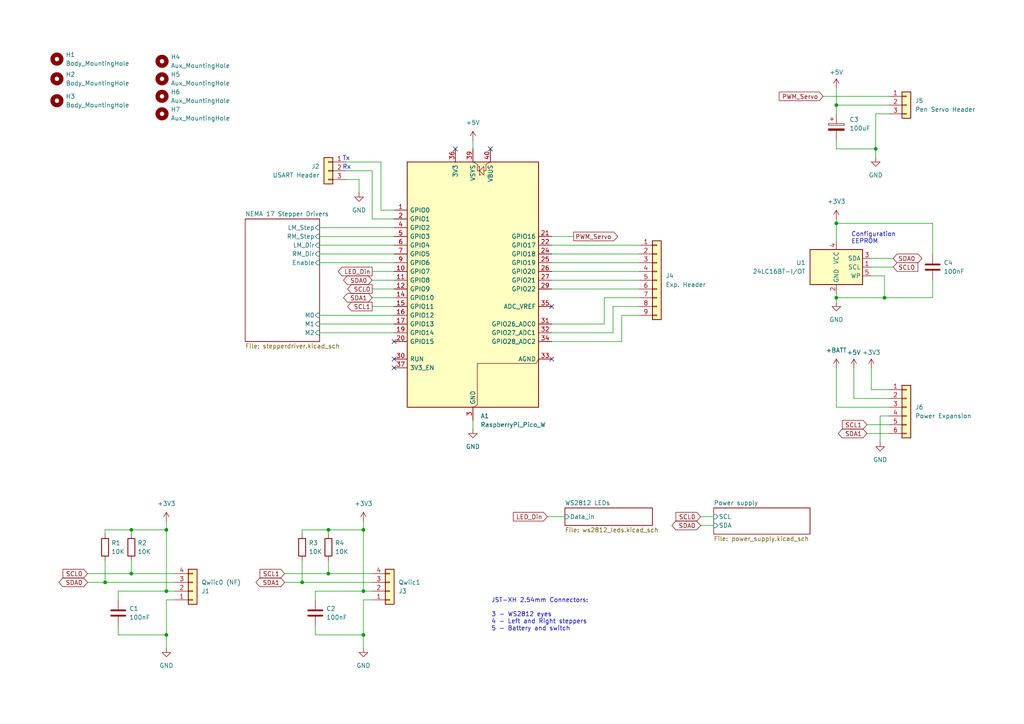
<source format=kicad_sch>
(kicad_sch (version 20231120) (generator "eeschema") (generator_version "8.0")
  (paper "A4")
  (title_block (title "Valiant Turtle 2") (date "2024-09-27") (rev "1_1") (company "https://www.waitingforfriday.com") (comment 1 "(c) 2024 Simon Inns") (comment 2 "License: Attribution-ShareAlike 4.0 International (CC BY-SA 4.0)"))
  (lib_symbols
    (symbol "Connector_Generic:Conn_01x03" (pin_names (offset 1.016) hide)
      (property "Reference" "J" (at 0 5.08 0))
      (property "Value" "Conn_01x03" (at 0 -5.08 0))
      (symbol "Conn_01x03_1_1"
        (rectangle (start -1.27 -2.413) (end 0 -2.667) (stroke (width 0.1524)))
        (rectangle (start -1.27 0.127) (end 0 -0.127) (stroke (width 0.1524)))
        (rectangle (start -1.27 2.667) (end 0 2.413) (stroke (width 0.1524)))
        (rectangle (start -1.27 3.81) (end 1.27 -3.81) (stroke (width 0.254)) (fill (type background)))
        (pin passive line (at -5.08 2.54 0) (length 3.81) (name "Pin_1") (number "1"))
        (pin passive line (at -5.08 0 0) (length 3.81) (name "Pin_2") (number "2"))
        (pin passive line (at -5.08 -2.54 0) (length 3.81) (name "Pin_3") (number "3"))
      )
    )
    (symbol "Connector_Generic:Conn_01x04" (pin_names (offset 1.016) hide)
      (property "Reference" "J" (at 0 5.08 0))
      (property "Value" "Conn_01x04" (at 0 -7.62 0))
      (symbol "Conn_01x04_1_1"
        (rectangle (start -1.27 -4.953) (end 0 -5.207) (stroke (width 0.1524)))
        (rectangle (start -1.27 -2.413) (end 0 -2.667) (stroke (width 0.1524)))
        (rectangle (start -1.27 0.127) (end 0 -0.127) (stroke (width 0.1524)))
        (rectangle (start -1.27 2.667) (end 0 2.413) (stroke (width 0.1524)))
        (rectangle (start -1.27 3.81) (end 1.27 -6.35) (stroke (width 0.254)) (fill (type background)))
        (pin passive line (at -5.08 2.54 0) (length 3.81) (name "Pin_1") (number "1"))
        (pin passive line (at -5.08 0 0) (length 3.81) (name "Pin_2") (number "2"))
        (pin passive line (at -5.08 -2.54 0) (length 3.81) (name "Pin_3") (number "3"))
        (pin passive line (at -5.08 -5.08 0) (length 3.81) (name "Pin_4") (number "4"))
      )
    )
    (symbol "Connector_Generic:Conn_01x06" (pin_names (offset 1.016) hide)
      (property "Reference" "J" (at 0 7.62 0))
      (property "Value" "Conn_01x06" (at 0 -10.16 0))
      (symbol "Conn_01x06_1_1"
        (rectangle (start -1.27 -7.493) (end 0 -7.747) (stroke (width 0.1524)))
        (rectangle (start -1.27 -4.953) (end 0 -5.207) (stroke (width 0.1524)))
        (rectangle (start -1.27 -2.413) (end 0 -2.667) (stroke (width 0.1524)))
        (rectangle (start -1.27 0.127) (end 0 -0.127) (stroke (width 0.1524)))
        (rectangle (start -1.27 2.667) (end 0 2.413) (stroke (width 0.1524)))
        (rectangle (start -1.27 5.207) (end 0 4.953) (stroke (width 0.1524)))
        (rectangle (start -1.27 6.35) (end 1.27 -8.89) (stroke (width 0.254)) (fill (type background)))
        (pin passive line (at -5.08 5.08 0) (length 3.81) (name "Pin_1") (number "1"))
        (pin passive line (at -5.08 2.54 0) (length 3.81) (name "Pin_2") (number "2"))
        (pin passive line (at -5.08 0 0) (length 3.81) (name "Pin_3") (number "3"))
        (pin passive line (at -5.08 -2.54 0) (length 3.81) (name "Pin_4") (number "4"))
        (pin passive line (at -5.08 -5.08 0) (length 3.81) (name "Pin_5") (number "5"))
        (pin passive line (at -5.08 -7.62 0) (length 3.81) (name "Pin_6") (number "6"))
      )
    )
    (symbol "Connector_Generic:Conn_01x09" (pin_names (offset 1.016) hide)
      (property "Reference" "J" (at 0 12.7 0))
      (property "Value" "Conn_01x09" (at 0 -12.7 0))
      (symbol "Conn_01x09_1_1"
        (rectangle (start -1.27 -10.033) (end 0 -10.287) (stroke (width 0.1524)))
        (rectangle (start -1.27 -7.493) (end 0 -7.747) (stroke (width 0.1524)))
        (rectangle (start -1.27 -4.953) (end 0 -5.207) (stroke (width 0.1524)))
        (rectangle (start -1.27 -2.413) (end 0 -2.667) (stroke (width 0.1524)))
        (rectangle (start -1.27 0.127) (end 0 -0.127) (stroke (width 0.1524)))
        (rectangle (start -1.27 2.667) (end 0 2.413) (stroke (width 0.1524)))
        (rectangle (start -1.27 5.207) (end 0 4.953) (stroke (width 0.1524)))
        (rectangle (start -1.27 7.747) (end 0 7.493) (stroke (width 0.1524)))
        (rectangle (start -1.27 10.287) (end 0 10.033) (stroke (width 0.1524)))
        (rectangle (start -1.27 11.43) (end 1.27 -11.43) (stroke (width 0.254)) (fill (type background)))
        (pin passive line (at -5.08 10.16 0) (length 3.81) (name "Pin_1") (number "1"))
        (pin passive line (at -5.08 7.62 0) (length 3.81) (name "Pin_2") (number "2"))
        (pin passive line (at -5.08 5.08 0) (length 3.81) (name "Pin_3") (number "3"))
        (pin passive line (at -5.08 2.54 0) (length 3.81) (name "Pin_4") (number "4"))
        (pin passive line (at -5.08 0 0) (length 3.81) (name "Pin_5") (number "5"))
        (pin passive line (at -5.08 -2.54 0) (length 3.81) (name "Pin_6") (number "6"))
        (pin passive line (at -5.08 -5.08 0) (length 3.81) (name "Pin_7") (number "7"))
        (pin passive line (at -5.08 -7.62 0) (length 3.81) (name "Pin_8") (number "8"))
        (pin passive line (at -5.08 -10.16 0) (length 3.81) (name "Pin_9") (number "9"))
      )
    )
    (symbol "Device:C" (pin_numbers hide) (pin_names (offset 0.254))
      (property "Reference" "C" (at 0.635 2.54 0))
      (property "Value" "C" (at 0.635 -2.54 0))
      (symbol "C_0_1"
        (polyline (pts (xy -2.032 -0.762) (xy 2.032 -0.762)) (stroke (width 0.508)))
        (polyline (pts (xy -2.032 0.762) (xy 2.032 0.762)) (stroke (width 0.508)))
      )
      (symbol "C_1_1"
        (pin passive line (at 0 3.81 270) (length 2.794) (name "~") (number "1"))
        (pin passive line (at 0 -3.81 90) (length 2.794) (name "~") (number "2"))
      )
    )
    (symbol "Device:C_Polarized" (pin_numbers hide) (pin_names (offset 0.254))
      (property "Reference" "C" (at 0.635 2.54 0))
      (property "Value" "C_Polarized" (at 0.635 -2.54 0))
      (symbol "C_Polarized_0_1"
        (rectangle (start -2.286 0.508) (end 2.286 1.016))
        (polyline (pts (xy -1.778 2.286) (xy -0.762 2.286)))
        (polyline (pts (xy -1.27 2.794) (xy -1.27 1.778)))
        (rectangle (start 2.286 -0.508) (end -2.286 -1.016) (fill (type outline)))
      )
      (symbol "C_Polarized_1_1"
        (pin passive line (at 0 3.81 270) (length 2.794) (name "~") (number "1"))
        (pin passive line (at 0 -3.81 90) (length 2.794) (name "~") (number "2"))
      )
    )
    (symbol "Device:R" (pin_numbers hide) (pin_names (offset 0))
      (property "Reference" "R" (at 2.032 0 90))
      (property "Value" "R" (at 0 0 90))
      (symbol "R_0_1"
        (rectangle (start -1.016 -2.54) (end 1.016 2.54) (stroke (width 0.254)))
      )
      (symbol "R_1_1"
        (pin passive line (at 0 3.81 270) (length 1.27) (name "~") (number "1"))
        (pin passive line (at 0 -3.81 90) (length 1.27) (name "~") (number "2"))
      )
    )
    (symbol "MCU_Module_RaspberryPi_Pico:RaspberryPi_Pico_W" (pin_names (offset 0.762))
      (property "Reference" "A" (at -19.05 38.1 0))
      (property "Value" "RaspberryPi_Pico_W" (at 7.62 38.1 0))
      (symbol "RaspberryPi_Pico_W_0_1"
        (rectangle (start -19.05 36.83) (end 19.05 -34.29) (stroke (width 0.254)) (fill (type background)))
        (polyline (pts (xy 0 36.83) (xy 1.27 36.195) (xy 1.27 34.29) (xy 1.905 34.29)))
        (polyline (pts (xy 1.905 34.29) (xy 3.175 35.56) (xy 3.175 33.02) (xy 1.905 34.29)))
        (polyline (pts (xy 5.08 36.83) (xy 3.81 36.195) (xy 3.81 34.29) (xy 3.175 34.29)))
        (polyline (pts (xy 0 -34.29) (xy 1.27 -33.655) (xy 1.27 -21.59) (xy 18.415 -21.59) (xy 19.05 -20.32)))
        (polyline (pts (xy 1.651 35.306) (xy 1.651 35.56) (xy 1.905 35.56) (xy 1.905 33.02) (xy 2.159 33.02) (xy 2.159 33.274)))
      )
      (symbol "RaspberryPi_Pico_W_1_1"
        (pin bidirectional line (at -22.86 22.86 0) (length 3.81) (name "GPIO0") (number "1"))
        (pin bidirectional line (at -22.86 5.08 0) (length 3.81) (name "GPIO7") (number "10"))
        (pin bidirectional line (at -22.86 2.54 0) (length 3.81) (name "GPIO8") (number "11"))
        (pin bidirectional line (at -22.86 0 0) (length 3.81) (name "GPIO9") (number "12"))
        (pin passive line (at 0 -38.1 90) (length 3.81) hide (name "GND") (number "13"))
        (pin bidirectional line (at -22.86 -2.54 0) (length 3.81) (name "GPIO10") (number "14"))
        (pin bidirectional line (at -22.86 -5.08 0) (length 3.81) (name "GPIO11") (number "15"))
        (pin bidirectional line (at -22.86 -7.62 0) (length 3.81) (name "GPIO12") (number "16"))
        (pin bidirectional line (at -22.86 -10.16 0) (length 3.81) (name "GPIO13") (number "17"))
        (pin passive line (at 0 -38.1 90) (length 3.81) hide (name "GND") (number "18"))
        (pin bidirectional line (at -22.86 -12.7 0) (length 3.81) (name "GPIO14") (number "19"))
        (pin bidirectional line (at -22.86 20.32 0) (length 3.81) (name "GPIO1") (number "2"))
        (pin bidirectional line (at -22.86 -15.24 0) (length 3.81) (name "GPIO15") (number "20"))
        (pin bidirectional line (at 22.86 15.24 180) (length 3.81) (name "GPIO16") (number "21"))
        (pin bidirectional line (at 22.86 12.7 180) (length 3.81) (name "GPIO17") (number "22"))
        (pin passive line (at 0 -38.1 90) (length 3.81) hide (name "GND") (number "23"))
        (pin bidirectional line (at 22.86 10.16 180) (length 3.81) (name "GPIO18") (number "24"))
        (pin bidirectional line (at 22.86 7.62 180) (length 3.81) (name "GPIO19") (number "25"))
        (pin bidirectional line (at 22.86 5.08 180) (length 3.81) (name "GPIO20") (number "26"))
        (pin bidirectional line (at 22.86 2.54 180) (length 3.81) (name "GPIO21") (number "27"))
        (pin passive line (at 0 -38.1 90) (length 3.81) hide (name "GND") (number "28"))
        (pin bidirectional line (at 22.86 0 180) (length 3.81) (name "GPIO22") (number "29"))
        (pin power_out line (at 0 -38.1 90) (length 3.81) (name "GND") (number "3"))
        (pin input line (at -22.86 -20.32 0) (length 3.81) (name "RUN") (number "30"))
        (pin bidirectional line (at 22.86 -10.16 180) (length 3.81) (name "GPIO26_ADC0") (number "31"))
        (pin bidirectional line (at 22.86 -12.7 180) (length 3.81) (name "GPIO27_ADC1") (number "32"))
        (pin power_out line (at 22.86 -20.32 180) (length 3.81) (name "AGND") (number "33"))
        (pin bidirectional line (at 22.86 -15.24 180) (length 3.81) (name "GPIO28_ADC2") (number "34"))
        (pin power_in line (at 22.86 -5.08 180) (length 3.81) (name "ADC_VREF") (number "35"))
        (pin power_out line (at -5.08 40.64 270) (length 3.81) (name "3V3") (number "36"))
        (pin input line (at -22.86 -22.86 0) (length 3.81) (name "3V3_EN") (number "37"))
        (pin passive line (at 0 -38.1 90) (length 3.81) hide (name "GND") (number "38"))
        (pin power_in line (at 0 40.64 270) (length 3.81) (name "VSYS") (number "39"))
        (pin bidirectional line (at -22.86 17.78 0) (length 3.81) (name "GPIO2") (number "4"))
        (pin power_out line (at 5.08 40.64 270) (length 3.81) (name "VBUS") (number "40"))
        (pin bidirectional line (at -22.86 15.24 0) (length 3.81) (name "GPIO3") (number "5"))
        (pin bidirectional line (at -22.86 12.7 0) (length 3.81) (name "GPIO4") (number "6"))
        (pin bidirectional line (at -22.86 10.16 0) (length 3.81) (name "GPIO5") (number "7"))
        (pin passive line (at 0 -38.1 90) (length 3.81) hide (name "GND") (number "8"))
        (pin bidirectional line (at -22.86 7.62 0) (length 3.81) (name "GPIO6") (number "9"))
      )
    )
    (symbol "Mechanical:MountingHole" (pin_names (offset 1.016)) (exclude_from_sim yes) (in_bom no)
      (property "Reference" "H" (at 0 5.08 0))
      (property "Value" "MountingHole" (at 0 3.175 0))
      (symbol "MountingHole_0_1"
        (circle (center 0 0) (radius 1.27) (stroke (width 1.27)))
      )
    )
    (symbol "Memory_EEPROM:AT24CS16-STUM"
      (property "Reference" "U" (at -7.62 6.35 0))
      (property "Value" "AT24CS16-STUM" (at 2.54 -6.35 0))
      (symbol "AT24CS16-STUM_1_1"
        (rectangle (start -7.62 5.08) (end 7.62 -5.08) (stroke (width 0.254)) (fill (type background)))
        (pin input line (at 10.16 0 180) (length 2.54) (name "SCL") (number "1"))
        (pin power_in line (at 0 -7.62 90) (length 2.54) (name "GND") (number "2"))
        (pin bidirectional line (at 10.16 2.54 180) (length 2.54) (name "SDA") (number "3"))
        (pin power_in line (at 0 7.62 270) (length 2.54) (name "VCC") (number "4"))
        (pin input line (at 10.16 -2.54 180) (length 2.54) (name "WP") (number "5"))
      )
    )
    (symbol "power:+3V3" (power) (pin_numbers hide) (pin_names (offset 0) hide)
      (property "Value" "+3V3" (at 0 3.556 0))
      (symbol "+3V3_0_1"
        (polyline (pts (xy -0.762 1.27) (xy 0 2.54)))
        (polyline (pts (xy 0 0) (xy 0 2.54)))
        (polyline (pts (xy 0 2.54) (xy 0.762 1.27)))
      )
      (symbol "+3V3_1_1"
        (pin power_in line (at 0 0 90) (length 0) (name "~") (number "1"))
      )
    )
    (symbol "power:+5V" (power) (pin_numbers hide) (pin_names (offset 0) hide)
      (property "Value" "+5V" (at 0 3.556 0))
      (symbol "+5V_0_1"
        (polyline (pts (xy -0.762 1.27) (xy 0 2.54)))
        (polyline (pts (xy 0 0) (xy 0 2.54)))
        (polyline (pts (xy 0 2.54) (xy 0.762 1.27)))
      )
      (symbol "+5V_1_1"
        (pin power_in line (at 0 0 90) (length 0) (name "~") (number "1"))
      )
    )
    (symbol "power:+BATT" (power) (pin_numbers hide) (pin_names (offset 0) hide)
      (property "Value" "+BATT" (at 0 3.556 0))
      (symbol "+BATT_0_1"
        (polyline (pts (xy -0.762 1.27) (xy 0 2.54)))
        (polyline (pts (xy 0 0) (xy 0 2.54)))
        (polyline (pts (xy 0 2.54) (xy 0.762 1.27)))
      )
      (symbol "+BATT_1_1"
        (pin power_in line (at 0 0 90) (length 0) (name "~") (number "1"))
      )
    )
    (symbol "power:GND" (power) (pin_numbers hide) (pin_names (offset 0) hide)
      (property "Value" "GND" (at 0 -3.81 0))
      (symbol "GND_0_1"
        (polyline (pts (xy 0 0) (xy 0 -1.27) (xy 1.27 -1.27) (xy 0 -2.54) (xy -1.27 -1.27) (xy 0 -1.27)))
      )
      (symbol "GND_1_1"
        (pin power_in line (at 0 0 270) (length 0) (name "~") (number "1"))
      )
    )
  )
  (junction (at 95.25 166.37))
  (junction (at 95.25 153.67))
  (junction (at 87.63 168.91))
  (junction (at 242.57 30.48))
  (junction (at 30.48 168.91))
  (junction (at 38.1 153.67))
  (junction (at 256.54 86.36))
  (junction (at 254 43.18))
  (junction (at 105.41 153.67))
  (junction (at 105.41 184.15))
  (junction (at 48.26 171.45))
  (junction (at 48.26 153.67))
  (junction (at 242.57 64.77))
  (junction (at 242.57 86.36))
  (junction (at 38.1 166.37))
  (junction (at 105.41 171.45))
  (junction (at 48.26 184.15))
  (no_connect (at 114.3 106.68))
  (no_connect (at 114.3 99.06))
  (no_connect (at 132.08 43.18))
  (no_connect (at 142.24 43.18))
  (no_connect (at 114.3 104.14))
  (no_connect (at 160.02 88.9))
  (no_connect (at 160.02 104.14))
  (wire (pts (xy 203.2 149.86) (xy 207.01 149.86)))
  (wire (pts (xy 160.02 78.74) (xy 185.42 78.74)))
  (wire (pts (xy 95.25 153.67) (xy 105.41 153.67)))
  (wire (pts (xy 254 43.18) (xy 254 45.72)))
  (wire (pts (xy 242.57 64.77) (xy 242.57 69.85)))
  (wire (pts (xy 160.02 76.2) (xy 185.42 76.2)))
  (wire (pts (xy 30.48 154.94) (xy 30.48 153.67)))
  (wire (pts (xy 110.49 60.96) (xy 110.49 46.99)))
  (wire (pts (xy 160.02 93.98) (xy 175.26 93.98)))
  (wire (pts (xy 257.81 33.02) (xy 254 33.02)))
  (wire (pts (xy 100.33 46.99) (xy 110.49 46.99)))
  (wire (pts (xy 251.46 123.19) (xy 257.81 123.19)))
  (wire (pts (xy 203.2 152.4) (xy 207.01 152.4)))
  (wire (pts (xy 92.71 76.2) (xy 114.3 76.2)))
  (wire (pts (xy 107.95 78.74) (xy 114.3 78.74)))
  (wire (pts (xy 48.26 153.67) (xy 48.26 171.45)))
  (wire (pts (xy 95.25 162.56) (xy 95.25 166.37)))
  (wire (pts (xy 137.16 121.92) (xy 137.16 124.46)))
  (wire (pts (xy 92.71 96.52) (xy 114.3 96.52)))
  (wire (pts (xy 38.1 166.37) (xy 50.8 166.37)))
  (wire (pts (xy 87.63 162.56) (xy 87.63 168.91)))
  (wire (pts (xy 82.55 166.37) (xy 95.25 166.37)))
  (wire (pts (xy 242.57 30.48) (xy 242.57 33.02)))
  (wire (pts (xy 87.63 153.67) (xy 95.25 153.67)))
  (wire (pts (xy 105.41 153.67) (xy 105.41 171.45)))
  (wire (pts (xy 270.51 81.28) (xy 270.51 86.36)))
  (wire (pts (xy 48.26 184.15) (xy 48.26 187.96)))
  (wire (pts (xy 242.57 40.64) (xy 242.57 43.18)))
  (wire (pts (xy 92.71 68.58) (xy 114.3 68.58)))
  (wire (pts (xy 92.71 73.66) (xy 114.3 73.66)))
  (wire (pts (xy 175.26 93.98) (xy 175.26 86.36)))
  (wire (pts (xy 107.95 88.9) (xy 114.3 88.9)))
  (wire (pts (xy 160.02 71.12) (xy 185.42 71.12)))
  (wire (pts (xy 247.65 106.68) (xy 247.65 115.57)))
  (wire (pts (xy 177.8 96.52) (xy 177.8 88.9)))
  (wire (pts (xy 251.46 125.73) (xy 257.81 125.73)))
  (wire (pts (xy 91.44 181.61) (xy 91.44 184.15)))
  (wire (pts (xy 91.44 171.45) (xy 105.41 171.45)))
  (wire (pts (xy 87.63 168.91) (xy 107.95 168.91)))
  (wire (pts (xy 242.57 63.5) (xy 242.57 64.77)))
  (wire (pts (xy 158.75 149.86) (xy 163.83 149.86)))
  (wire (pts (xy 107.95 171.45) (xy 105.41 171.45)))
  (wire (pts (xy 257.81 120.65) (xy 255.27 120.65)))
  (wire (pts (xy 100.33 52.07) (xy 104.14 52.07)))
  (wire (pts (xy 252.73 74.93) (xy 259.08 74.93)))
  (wire (pts (xy 252.73 80.01) (xy 256.54 80.01)))
  (wire (pts (xy 180.34 99.06) (xy 180.34 91.44)))
  (wire (pts (xy 247.65 115.57) (xy 257.81 115.57)))
  (wire (pts (xy 160.02 73.66) (xy 185.42 73.66)))
  (wire (pts (xy 34.29 171.45) (xy 48.26 171.45)))
  (wire (pts (xy 238.76 27.94) (xy 257.81 27.94)))
  (wire (pts (xy 270.51 73.66) (xy 270.51 64.77)))
  (wire (pts (xy 91.44 173.99) (xy 91.44 171.45)))
  (wire (pts (xy 34.29 181.61) (xy 34.29 184.15)))
  (wire (pts (xy 160.02 96.52) (xy 177.8 96.52)))
  (wire (pts (xy 255.27 120.65) (xy 255.27 128.27)))
  (wire (pts (xy 82.55 168.91) (xy 87.63 168.91)))
  (wire (pts (xy 107.95 173.99) (xy 105.41 173.99)))
  (wire (pts (xy 92.71 71.12) (xy 114.3 71.12)))
  (wire (pts (xy 104.14 55.88) (xy 104.14 52.07)))
  (wire (pts (xy 92.71 66.04) (xy 114.3 66.04)))
  (wire (pts (xy 34.29 184.15) (xy 48.26 184.15)))
  (wire (pts (xy 242.57 85.09) (xy 242.57 86.36)))
  (wire (pts (xy 256.54 80.01) (xy 256.54 86.36)))
  (wire (pts (xy 256.54 86.36) (xy 242.57 86.36)))
  (wire (pts (xy 252.73 113.03) (xy 257.81 113.03)))
  (wire (pts (xy 34.29 173.99) (xy 34.29 171.45)))
  (wire (pts (xy 48.26 171.45) (xy 50.8 171.45)))
  (wire (pts (xy 92.71 91.44) (xy 114.3 91.44)))
  (wire (pts (xy 160.02 81.28) (xy 185.42 81.28)))
  (wire (pts (xy 95.25 166.37) (xy 107.95 166.37)))
  (wire (pts (xy 87.63 154.94) (xy 87.63 153.67)))
  (wire (pts (xy 107.95 86.36) (xy 114.3 86.36)))
  (wire (pts (xy 92.71 93.98) (xy 114.3 93.98)))
  (wire (pts (xy 242.57 106.68) (xy 242.57 118.11)))
  (wire (pts (xy 252.73 106.68) (xy 252.73 113.03)))
  (wire (pts (xy 25.4 168.91) (xy 30.48 168.91)))
  (wire (pts (xy 91.44 184.15) (xy 105.41 184.15)))
  (wire (pts (xy 48.26 173.99) (xy 48.26 184.15)))
  (wire (pts (xy 175.26 86.36) (xy 185.42 86.36)))
  (wire (pts (xy 270.51 64.77) (xy 242.57 64.77)))
  (wire (pts (xy 270.51 86.36) (xy 256.54 86.36)))
  (wire (pts (xy 25.4 166.37) (xy 38.1 166.37)))
  (wire (pts (xy 105.41 184.15) (xy 105.41 187.96)))
  (wire (pts (xy 114.3 63.5) (xy 107.95 63.5)))
  (wire (pts (xy 30.48 168.91) (xy 50.8 168.91)))
  (wire (pts (xy 160.02 99.06) (xy 180.34 99.06)))
  (wire (pts (xy 107.95 63.5) (xy 107.95 49.53)))
  (wire (pts (xy 242.57 86.36) (xy 242.57 87.63)))
  (wire (pts (xy 107.95 83.82) (xy 114.3 83.82)))
  (wire (pts (xy 38.1 153.67) (xy 48.26 153.67)))
  (wire (pts (xy 114.3 60.96) (xy 110.49 60.96)))
  (wire (pts (xy 95.25 153.67) (xy 95.25 154.94)))
  (wire (pts (xy 38.1 154.94) (xy 38.1 153.67)))
  (wire (pts (xy 105.41 151.13) (xy 105.41 153.67)))
  (wire (pts (xy 254 33.02) (xy 254 43.18)))
  (wire (pts (xy 180.34 91.44) (xy 185.42 91.44)))
  (wire (pts (xy 137.16 40.64) (xy 137.16 43.18)))
  (wire (pts (xy 160.02 68.58) (xy 166.37 68.58)))
  (wire (pts (xy 177.8 88.9) (xy 185.42 88.9)))
  (wire (pts (xy 100.33 49.53) (xy 107.95 49.53)))
  (wire (pts (xy 30.48 153.67) (xy 38.1 153.67)))
  (wire (pts (xy 30.48 162.56) (xy 30.48 168.91)))
  (wire (pts (xy 48.26 151.13) (xy 48.26 153.67)))
  (wire (pts (xy 50.8 173.99) (xy 48.26 173.99)))
  (wire (pts (xy 242.57 30.48) (xy 257.81 30.48)))
  (wire (pts (xy 252.73 77.47) (xy 259.08 77.47)))
  (wire (pts (xy 242.57 25.4) (xy 242.57 30.48)))
  (wire (pts (xy 107.95 81.28) (xy 114.3 81.28)))
  (wire (pts (xy 242.57 43.18) (xy 254 43.18)))
  (wire (pts (xy 160.02 83.82) (xy 185.42 83.82)))
  (wire (pts (xy 38.1 162.56) (xy 38.1 166.37)))
  (wire (pts (xy 105.41 173.99) (xy 105.41 184.15)))
  (wire (pts (xy 242.57 118.11) (xy 257.81 118.11)))
  (text "Rx" (at 99.314 49.276 0) (effects (font (size 1.27 1.27)) (justify left bottom)))
  (text "JST-XH 2.54mm Connectors:\n\n3 - WS2812 eyes\n4 - Left and Right steppers\n5 - Battery and switch\n" (at 142.494 178.308 0) (effects (font (size 1.27 1.27)) (justify left)))
  (text "Tx" (at 99.314 46.736 0) (effects (font (size 1.27 1.27)) (justify left bottom)))
  (text "Configuration\nEEPROM" (at 246.888 69.088 0) (effects (font (size 1.27 1.27)) (justify left)))
  (global_label "SCL0" (shape input) (at 203.2 149.86 180) (property "Intersheetrefs" "${INTERSHEET_REFS}" (effects (hide yes))))
  (global_label "LED_Din" (shape input) (at 158.75 149.86 180) (property "Intersheetrefs" "${INTERSHEET_REFS}" (effects (hide yes))))
  (global_label "PWM_Servo" (shape output) (at 166.37 68.58 0) (property "Intersheetrefs" "${INTERSHEET_REFS}" (effects (hide yes))))
  (global_label "SCL1" (shape input) (at 251.46 123.19 180) (property "Intersheetrefs" "${INTERSHEET_REFS}" (effects (hide yes))))
  (global_label "SCL0" (shape input) (at 259.08 77.47 0) (property "Intersheetrefs" "${INTERSHEET_REFS}" (effects (hide yes))))
  (global_label "SCL0" (shape input) (at 25.4 166.37 180) (property "Intersheetrefs" "${INTERSHEET_REFS}" (effects (hide yes))))
  (global_label "PWM_Servo" (shape input) (at 238.76 27.94 180) (property "Intersheetrefs" "${INTERSHEET_REFS}" (effects (hide yes))))
  (global_label "SCL1" (shape input) (at 82.55 166.37 180) (property "Intersheetrefs" "${INTERSHEET_REFS}" (effects (hide yes))))
  (global_label "SDA1" (shape bidirectional) (at 251.46 125.73 180) (property "Intersheetrefs" "${INTERSHEET_REFS}" (effects (hide yes))))
  (global_label "SDA1" (shape bidirectional) (at 107.95 86.36 180) (property "Intersheetrefs" "${INTERSHEET_REFS}" (effects (hide yes))))
  (global_label "SCL1" (shape output) (at 107.95 88.9 180) (property "Intersheetrefs" "${INTERSHEET_REFS}" (effects (hide yes))))
  (global_label "SDA0" (shape bidirectional) (at 259.08 74.93 0) (property "Intersheetrefs" "${INTERSHEET_REFS}" (effects (hide yes))))
  (global_label "LED_Din" (shape output) (at 107.95 78.74 180) (property "Intersheetrefs" "${INTERSHEET_REFS}" (effects (hide yes))))
  (global_label "SCL0" (shape output) (at 107.95 83.82 180) (property "Intersheetrefs" "${INTERSHEET_REFS}" (effects (hide yes))))
  (global_label "SDA0" (shape bidirectional) (at 25.4 168.91 180) (property "Intersheetrefs" "${INTERSHEET_REFS}" (effects (hide yes))))
  (global_label "SDA1" (shape bidirectional) (at 82.55 168.91 180) (property "Intersheetrefs" "${INTERSHEET_REFS}" (effects (hide yes))))
  (global_label "SDA0" (shape bidirectional) (at 107.95 81.28 180) (property "Intersheetrefs" "${INTERSHEET_REFS}" (effects (hide yes))))
  (global_label "SDA0" (shape bidirectional) (at 203.2 152.4 180) (property "Intersheetrefs" "${INTERSHEET_REFS}" (effects (hide yes))))
  (symbol (lib_id "power:+3V3") (at 48.26 151.13 0) (unit 1)
    (property "Reference" "#PWR01" (effects (hide yes)))
    (property "Value" "+3V3" (at 48.26 146.05 0))
    (property "Description" "Power symbol creates a global label with name \"+3V3\"" (effects (hide yes)))
  )
  (symbol (lib_id "Mechanical:MountingHole") (at 46.99 27.94 0) (unit 1)
    (property "Reference" "H6" (at 49.53 26.6699 0) (effects (justify left)))
    (property "Value" "Aux_MountingHole" (at 49.53 29.2099 0) (effects (justify left)))
    (property "Footprint" "MountingHole:MountingHole_3.2mm_M3" (effects (hide yes)))
    (property "Description" "Mounting Hole without connection" (effects (hide yes)))
  )
  (symbol (lib_id "power:+BATT") (at 242.57 106.68 0) (unit 1)
    (property "Reference" "#PWR011" (effects (hide yes)))
    (property "Value" "+BATT" (at 242.57 101.6 0))
    (property "Description" "Power symbol creates a global label with name \"+BATT\"" (effects (hide yes)))
  )
  (symbol (lib_id "Device:R") (at 95.25 158.75 0) (unit 1)
    (property "Reference" "R4" (at 97.155 157.48 0) (effects (justify left)))
    (property "Value" "10K" (at 97.155 160.02 0) (effects (justify left)))
    (property "Footprint" "Resistor_SMD:R_0805_2012Metric_Pad1.20x1.40mm_HandSolder" (effects (hide yes)))
    (property "Description" "Resistor" (effects (hide yes)))
  )
  (symbol (lib_id "power:+3V3") (at 105.41 151.13 0) (unit 1)
    (property "Reference" "#PWR04" (effects (hide yes)))
    (property "Value" "+3V3" (at 105.41 146.05 0))
    (property "Description" "Power symbol creates a global label with name \"+3V3\"" (effects (hide yes)))
  )
  (symbol (lib_id "Mechanical:MountingHole") (at 46.99 33.02 0) (unit 1)
    (property "Reference" "H7" (at 49.53 31.7499 0) (effects (justify left)))
    (property "Value" "Aux_MountingHole" (at 49.53 34.2899 0) (effects (justify left)))
    (property "Footprint" "MountingHole:MountingHole_3.2mm_M3" (effects (hide yes)))
    (property "Description" "Mounting Hole without connection" (effects (hide yes)))
  )
  (symbol (lib_id "Memory_EEPROM:AT24CS16-STUM") (at 242.57 77.47 0) (unit 1)
    (property "Reference" "U1" (at 233.68 76.1999 0) (effects (justify right)))
    (property "Value" "24LC16BT-I/OT" (at 233.68 78.7399 0) (effects (justify right)))
    (property "Footprint" "Package_TO_SOT_SMD:SOT-23-5" (effects (hide yes)))
    (property "Datasheet" "http://ww1.microchip.com/downloads/en/DeviceDoc/Atmel-8859-SEEPROM-AT24CS16-Datasheet.pdf" (effects (hide yes)))
    (property "Description" "I2C Serial EEPROM, 16Kb (2048x8) with Unique Serial Number, SOT-23-5" (effects (hide yes)))
  )
  (symbol (lib_id "power:GND") (at 255.27 128.27 0) (unit 1)
    (property "Reference" "#PWR015" (effects (hide yes)))
    (property "Value" "GND" (at 255.27 133.35 0))
    (property "Description" "Power symbol creates a global label with name \"GND\" , ground" (effects (hide yes)))
  )
  (symbol (lib_id "Mechanical:MountingHole") (at 46.99 17.78 0) (unit 1)
    (property "Reference" "H4" (at 49.53 16.5099 0) (effects (justify left)))
    (property "Value" "Aux_MountingHole" (at 49.53 19.0499 0) (effects (justify left)))
    (property "Footprint" "MountingHole:MountingHole_3.2mm_M3" (effects (hide yes)))
    (property "Description" "Mounting Hole without connection" (effects (hide yes)))
  )
  (symbol (lib_id "Connector_Generic:Conn_01x03") (at 262.89 30.48 0) (unit 1)
    (property "Reference" "J5" (at 265.43 29.2099 0) (effects (justify left)))
    (property "Value" "Pen Servo Header" (at 265.43 31.7499 0) (effects (justify left)))
    (property "Footprint" "Connector_PinHeader_2.54mm:PinHeader_1x03_P2.54mm_Vertical" (effects (hide yes)))
    (property "Description" "Generic connector, single row, 01x03, script generated (kicad-library-utils/schlib/autogen/connector/)" (effects (hide yes)))
  )
  (symbol (lib_id "Mechanical:MountingHole") (at 16.51 29.21 0) (unit 1)
    (property "Reference" "H3" (at 19.05 27.94 0) (effects (justify left)))
    (property "Value" "Body_MountingHole" (at 19.05 30.48 0) (effects (justify left)))
    (property "Footprint" "MountingHole:MountingHole_3.2mm_M3" (effects (hide yes)))
    (property "Description" "Mounting Hole without connection" (effects (hide yes)))
  )
  (symbol (lib_id "Mechanical:MountingHole") (at 46.99 22.86 0) (unit 1)
    (property "Reference" "H5" (at 49.53 21.5899 0) (effects (justify left)))
    (property "Value" "Aux_MountingHole" (at 49.53 24.1299 0) (effects (justify left)))
    (property "Footprint" "MountingHole:MountingHole_3.2mm_M3" (effects (hide yes)))
    (property "Description" "Mounting Hole without connection" (effects (hide yes)))
  )
  (symbol (lib_id "Mechanical:MountingHole") (at 16.51 17.145 0) (unit 1)
    (property "Reference" "H1" (at 19.05 15.875 0) (effects (justify left)))
    (property "Value" "Body_MountingHole" (at 19.05 18.415 0) (effects (justify left)))
    (property "Footprint" "MountingHole:MountingHole_3.2mm_M3" (effects (hide yes)))
    (property "Description" "Mounting Hole without connection" (effects (hide yes)))
  )
  (symbol (lib_id "power:GND") (at 48.26 187.96 0) (unit 1)
    (property "Reference" "#PWR02" (effects (hide yes)))
    (property "Value" "GND" (at 48.26 193.04 0))
    (property "Description" "Power symbol creates a global label with name \"GND\" , ground" (effects (hide yes)))
  )
  (symbol (lib_id "Connector_Generic:Conn_01x09") (at 190.5 81.28 0) (unit 1)
    (property "Reference" "J4" (at 193.04 80.0099 0) (effects (justify left)))
    (property "Value" "Exp. Header" (at 193.04 82.5499 0) (effects (justify left)))
    (property "Footprint" "Connector_PinHeader_2.54mm:PinHeader_1x09_P2.54mm_Vertical" (effects (hide yes)))
    (property "Description" "Generic connector, single row, 01x09, script generated (kicad-library-utils/schlib/autogen/connector/)" (effects (hide yes)))
  )
  (symbol (lib_id "Connector_Generic:Conn_01x04") (at 113.03 171.45 0) (mirror x) (unit 1)
    (property "Reference" "J3" (at 115.57 171.45 0) (effects (justify left)))
    (property "Value" "Qwiic1" (at 115.57 168.91 0) (effects (justify left)))
    (property "Footprint" "Connector_JST:JST_SH_SM04B-SRSS-TB_1x04-1MP_P1.00mm_Horizontal" (effects (hide yes)))
    (property "Description" "Generic connector, single row, 01x04, script generated (kicad-library-utils/schlib/autogen/connector/)" (effects (hide yes)))
  )
  (symbol (lib_id "Connector_Generic:Conn_01x03") (at 95.25 49.53 0) (mirror y) (unit 1)
    (property "Reference" "J2" (at 92.71 48.2599 0) (effects (justify left)))
    (property "Value" "USART Header" (at 92.71 50.7999 0) (effects (justify left)))
    (property "Footprint" "Connector_PinHeader_2.54mm:PinHeader_1x03_P2.54mm_Vertical" (effects (hide yes)))
    (property "Description" "Generic connector, single row, 01x03, script generated (kicad-library-utils/schlib/autogen/connector/)" (effects (hide yes)))
  )
  (symbol (lib_id "power:GND") (at 137.16 124.46 0) (unit 1)
    (property "Reference" "#PWR07" (effects (hide yes)))
    (property "Value" "GND" (at 137.16 129.54 0))
    (property "Description" "Power symbol creates a global label with name \"GND\" , ground" (effects (hide yes)))
  )
  (symbol (lib_id "power:+5V") (at 242.57 25.4 0) (unit 1)
    (property "Reference" "#PWR08" (effects (hide yes)))
    (property "Value" "+5V" (at 242.57 20.955 0))
    (property "Description" "Power symbol creates a global label with name \"+5V\"" (effects (hide yes)))
  )
  (symbol (lib_id "Device:C") (at 270.51 77.47 0) (unit 1)
    (property "Reference" "C4" (at 273.685 76.2 0) (effects (justify left)))
    (property "Value" "100nF" (at 273.685 78.74 0) (effects (justify left)))
    (property "Footprint" "Capacitor_SMD:C_0805_2012Metric_Pad1.18x1.45mm_HandSolder" (effects (hide yes)))
    (property "Description" "Unpolarized capacitor" (effects (hide yes)))
  )
  (symbol (lib_id "Connector_Generic:Conn_01x04") (at 55.88 171.45 0) (mirror x) (unit 1)
    (property "Reference" "J1" (at 58.42 171.45 0) (effects (justify left)))
    (property "Value" "Qwiic0 (NF)" (at 58.42 168.91 0) (effects (justify left)))
    (property "Footprint" "Connector_JST:JST_SH_SM04B-SRSS-TB_1x04-1MP_P1.00mm_Horizontal" (effects (hide yes)))
    (property "Description" "Generic connector, single row, 01x04, script generated (kicad-library-utils/schlib/autogen/connector/)" (effects (hide yes)))
  )
  (symbol (lib_id "power:+3V3") (at 252.73 106.68 0) (unit 1)
    (property "Reference" "#PWR013" (effects (hide yes)))
    (property "Value" "+3V3" (at 252.73 102.235 0))
    (property "Description" "Power symbol creates a global label with name \"+3V3\"" (effects (hide yes)))
  )
  (symbol (lib_id "power:+5V") (at 247.65 106.68 0) (unit 1)
    (property "Reference" "#PWR012" (effects (hide yes)))
    (property "Value" "+5V" (at 247.65 102.235 0))
    (property "Description" "Power symbol creates a global label with name \"+5V\"" (effects (hide yes)))
  )
  (symbol (lib_id "Device:R") (at 87.63 158.75 0) (unit 1)
    (property "Reference" "R3" (at 89.535 157.48 0) (effects (justify left)))
    (property "Value" "10K" (at 89.535 160.02 0) (effects (justify left)))
    (property "Footprint" "Resistor_SMD:R_0805_2012Metric_Pad1.20x1.40mm_HandSolder" (effects (hide yes)))
    (property "Description" "Resistor" (effects (hide yes)))
  )
  (symbol (lib_id "MCU_Module_RaspberryPi_Pico:RaspberryPi_Pico_W") (at 137.16 83.82 0) (unit 1)
    (property "Reference" "A1" (at 139.3541 120.65 0) (effects (justify left)))
    (property "Value" "RaspberryPi_Pico_W" (at 139.3541 123.19 0) (effects (justify left)))
    (property "Footprint" "Module_RaspberryPi_Pico:RaspberryPi_Pico_Common" (effects (hide yes)))
    (property "Datasheet" "https://datasheets.raspberrypi.com/picow/pico-w-datasheet.pdf" (effects (hide yes)))
    (property "Description" "Versatile and inexpensive wireless microcontroller module powered by RP2040 dual-core Arm Cortex-M0+ processor up to 133 MHz, 264kB SRAM, 2MB QSPI flash, Infineon CYW43439 2.4GHz 802.11n wireless LAN" (effects (hide yes)))
  )
  (symbol (lib_id "Mechanical:MountingHole") (at 16.51 22.86 0) (unit 1)
    (property "Reference" "H2" (at 19.05 21.59 0) (effects (justify left)))
    (property "Value" "Body_MountingHole" (at 19.05 24.13 0) (effects (justify left)))
    (property "Footprint" "MountingHole:MountingHole_3.2mm_M3" (effects (hide yes)))
    (property "Description" "Mounting Hole without connection" (effects (hide yes)))
  )
  (symbol (lib_id "power:GND") (at 104.14 55.88 0) (unit 1)
    (property "Reference" "#PWR03" (effects (hide yes)))
    (property "Value" "GND" (at 104.14 60.96 0))
    (property "Description" "Power symbol creates a global label with name \"GND\" , ground" (effects (hide yes)))
  )
  (symbol (lib_id "Device:C_Polarized") (at 242.57 36.83 0) (unit 1)
    (property "Reference" "C3" (at 246.38 34.671 0) (effects (justify left)))
    (property "Value" "100uF" (at 246.38 37.211 0) (effects (justify left)))
    (property "Footprint" "Capacitor_SMD:CP_Elec_8x6.2" (effects (hide yes)))
    (property "Description" "Polarized capacitor" (effects (hide yes)))
  )
  (symbol (lib_id "power:GND") (at 254 45.72 0) (unit 1)
    (property "Reference" "#PWR014" (effects (hide yes)))
    (property "Value" "GND" (at 254 50.8 0))
    (property "Description" "Power symbol creates a global label with name \"GND\" , ground" (effects (hide yes)))
  )
  (symbol (lib_id "power:GND") (at 242.57 87.63 0) (unit 1)
    (property "Reference" "#PWR010" (effects (hide yes)))
    (property "Value" "GND" (at 242.57 92.71 0))
    (property "Description" "Power symbol creates a global label with name \"GND\" , ground" (effects (hide yes)))
  )
  (symbol (lib_id "Device:R") (at 38.1 158.75 180) (unit 1)
    (property "Reference" "R2" (at 39.878 157.48 0) (effects (justify right)))
    (property "Value" "10K" (at 39.878 160.02 0) (effects (justify right)))
    (property "Footprint" "Resistor_SMD:R_0805_2012Metric_Pad1.20x1.40mm_HandSolder" (effects (hide yes)))
    (property "Description" "Resistor" (effects (hide yes)))
  )
  (symbol (lib_id "power:+3V3") (at 242.57 63.5 0) (unit 1)
    (property "Reference" "#PWR09" (effects (hide yes)))
    (property "Value" "+3V3" (at 242.57 58.42 0))
    (property "Description" "Power symbol creates a global label with name \"+3V3\"" (effects (hide yes)))
  )
  (symbol (lib_id "power:+5V") (at 137.16 40.64 0) (unit 1)
    (property "Reference" "#PWR06" (effects (hide yes)))
    (property "Value" "+5V" (at 137.16 35.56 0))
    (property "Description" "Power symbol creates a global label with name \"+5V\"" (effects (hide yes)))
  )
  (symbol (lib_id "Device:R") (at 30.48 158.75 0) (unit 1)
    (property "Reference" "R1" (at 32.258 157.48 0) (effects (justify left)))
    (property "Value" "10K" (at 32.258 160.02 0) (effects (justify left)))
    (property "Footprint" "Resistor_SMD:R_0805_2012Metric_Pad1.20x1.40mm_HandSolder" (effects (hide yes)))
    (property "Description" "Resistor" (effects (hide yes)))
  )
  (symbol (lib_id "Connector_Generic:Conn_01x06") (at 262.89 118.11 0) (unit 1)
    (property "Reference" "J6" (at 265.43 118.1099 0) (effects (justify left)))
    (property "Value" "Power Expansion" (at 265.43 120.6499 0) (effects (justify left)))
    (property "Footprint" "Connector_JST:JST_XH_B6B-XH-A_1x06_P2.50mm_Vertical" (effects (hide yes)))
    (property "Description" "Generic connector, single row, 01x06, script generated (kicad-library-utils/schlib/autogen/connector/)" (effects (hide yes)))
  )
  (symbol (lib_id "Device:C") (at 91.44 177.8 0) (unit 1)
    (property "Reference" "C2" (at 94.615 176.53 0) (effects (justify left)))
    (property "Value" "100nF" (at 94.615 179.07 0) (effects (justify left)))
    (property "Footprint" "Capacitor_SMD:C_0805_2012Metric_Pad1.18x1.45mm_HandSolder" (effects (hide yes)))
    (property "Description" "Unpolarized capacitor" (effects (hide yes)))
  )
  (symbol (lib_id "Device:C") (at 34.29 177.8 0) (unit 1)
    (property "Reference" "C1" (at 37.465 176.53 0) (effects (justify left)))
    (property "Value" "100nF" (at 37.465 179.07 0) (effects (justify left)))
    (property "Footprint" "Capacitor_SMD:C_0805_2012Metric_Pad1.18x1.45mm_HandSolder" (effects (hide yes)))
    (property "Description" "Unpolarized capacitor" (effects (hide yes)))
  )
  (symbol (lib_id "power:GND") (at 105.41 187.96 0) (unit 1)
    (property "Reference" "#PWR05" (effects (hide yes)))
    (property "Value" "GND" (at 105.41 193.04 0))
    (property "Description" "Power symbol creates a global label with name \"GND\" , ground" (effects (hide yes)))
  )
  (sheet (at 163.83 147.32) (size 25.4 5.08) (stroke (width 0.1524))
    (property "Sheetname" "WS2812 LEDs" (at 163.83 146.6084 0) (effects (justify left bottom)))
    (property "Sheetfile" "ws2812_leds.kicad_sch" (at 163.83 152.9846 0) (effects (justify left top)))
    (pin "Data_in" input (at 163.83 149.86 180))
  )
  (sheet (at 71.12 63.5) (size 21.59 35.56) (stroke (width 0.1524))
    (property "Sheetname" "NEMA 17 Stepper Drivers" (at 71.12 62.7884 0) (effects (justify left bottom)))
    (property "Sheetfile" "stepperdriver.kicad_sch" (at 71.12 99.6446 0) (effects (justify left top)))
    (pin "LM_Step" input (at 92.71 66.04 0))
    (pin "LM_Dir" input (at 92.71 71.12 0))
    (pin "Enable" input (at 92.71 76.2 0))
    (pin "RM_Dir" input (at 92.71 73.66 0))
    (pin "RM_Step" input (at 92.71 68.58 0))
    (pin "M1" input (at 92.71 93.98 0))
    (pin "M0" input (at 92.71 91.44 0))
    (pin "M2" input (at 92.71 96.52 0))
  )
  (sheet (at 207.01 147.32) (size 27.94 7.62) (stroke (width 0.1524))
    (property "Sheetname" "Power supply" (at 207.01 146.6084 0) (effects (justify left bottom)))
    (property "Sheetfile" "power_supply.kicad_sch" (at 207.01 155.5246 0) (effects (justify left top)))
    (pin "SDA" input (at 207.01 152.4 180))
    (pin "SCL" input (at 207.01 149.86 180))
  )
)
</source>
